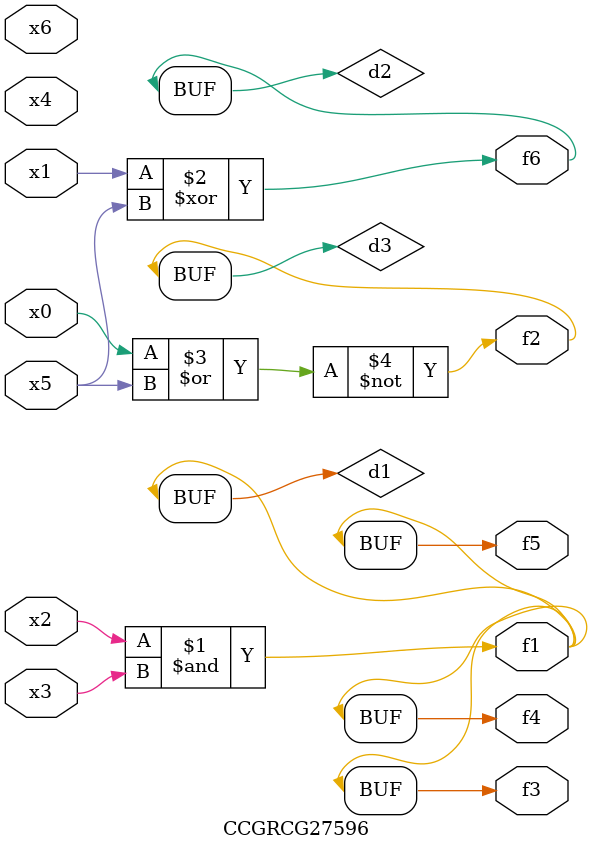
<source format=v>
module CCGRCG27596(
	input x0, x1, x2, x3, x4, x5, x6,
	output f1, f2, f3, f4, f5, f6
);

	wire d1, d2, d3;

	and (d1, x2, x3);
	xor (d2, x1, x5);
	nor (d3, x0, x5);
	assign f1 = d1;
	assign f2 = d3;
	assign f3 = d1;
	assign f4 = d1;
	assign f5 = d1;
	assign f6 = d2;
endmodule

</source>
